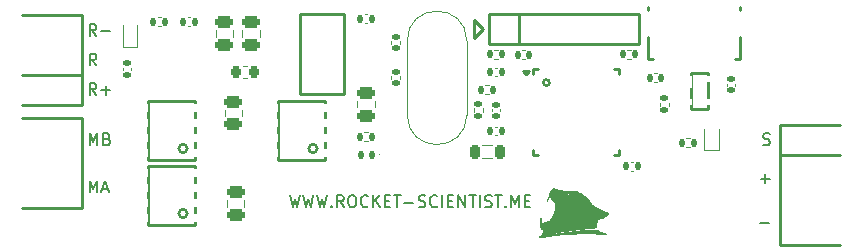
<source format=gto>
%TF.GenerationSoftware,KiCad,Pcbnew,(6.0.0)*%
%TF.CreationDate,2022-02-22T19:35:41+02:00*%
%TF.ProjectId,ServoController,53657276-6f43-46f6-9e74-726f6c6c6572,rev?*%
%TF.SameCoordinates,PXe3ed9c0PYb6ddf70*%
%TF.FileFunction,Legend,Top*%
%TF.FilePolarity,Positive*%
%FSLAX46Y46*%
G04 Gerber Fmt 4.6, Leading zero omitted, Abs format (unit mm)*
G04 Created by KiCad (PCBNEW (6.0.0)) date 2022-02-22 19:35:41*
%MOMM*%
%LPD*%
G01*
G04 APERTURE LIST*
G04 Aperture macros list*
%AMRoundRect*
0 Rectangle with rounded corners*
0 $1 Rounding radius*
0 $2 $3 $4 $5 $6 $7 $8 $9 X,Y pos of 4 corners*
0 Add a 4 corners polygon primitive as box body*
4,1,4,$2,$3,$4,$5,$6,$7,$8,$9,$2,$3,0*
0 Add four circle primitives for the rounded corners*
1,1,$1+$1,$2,$3*
1,1,$1+$1,$4,$5*
1,1,$1+$1,$6,$7*
1,1,$1+$1,$8,$9*
0 Add four rect primitives between the rounded corners*
20,1,$1+$1,$2,$3,$4,$5,0*
20,1,$1+$1,$4,$5,$6,$7,0*
20,1,$1+$1,$6,$7,$8,$9,0*
20,1,$1+$1,$8,$9,$2,$3,0*%
G04 Aperture macros list end*
%ADD10C,0.250000*%
%ADD11C,0.150000*%
%ADD12C,0.120000*%
%ADD13C,0.002540*%
%ADD14C,0.100000*%
%ADD15RoundRect,0.140000X0.140000X0.170000X-0.140000X0.170000X-0.140000X-0.170000X0.140000X-0.170000X0*%
%ADD16RoundRect,0.135000X-0.135000X-0.185000X0.135000X-0.185000X0.135000X0.185000X-0.135000X0.185000X0*%
%ADD17R,0.700000X0.600000*%
%ADD18RoundRect,0.135000X0.185000X-0.135000X0.185000X0.135000X-0.185000X0.135000X-0.185000X-0.135000X0*%
%ADD19C,1.500000*%
%ADD20R,5.100000X3.000000*%
%ADD21RoundRect,0.140000X-0.140000X-0.170000X0.140000X-0.170000X0.140000X0.170000X-0.140000X0.170000X0*%
%ADD22RoundRect,0.250000X0.475000X-0.250000X0.475000X0.250000X-0.475000X0.250000X-0.475000X-0.250000X0*%
%ADD23R,1.700000X1.700000*%
%ADD24C,1.700000*%
%ADD25R,5.100000X1.700000*%
%ADD26RoundRect,0.218750X0.218750X0.381250X-0.218750X0.381250X-0.218750X-0.381250X0.218750X-0.381250X0*%
%ADD27RoundRect,0.140000X0.170000X-0.140000X0.170000X0.140000X-0.170000X0.140000X-0.170000X-0.140000X0*%
%ADD28R,2.032000X1.300000*%
%ADD29R,2.332000X3.957600*%
%ADD30R,0.400000X1.350000*%
%ADD31R,1.200000X1.900000*%
%ADD32O,1.200000X1.900000*%
%ADD33R,1.500000X1.900000*%
%ADD34C,1.450000*%
%ADD35O,1.400000X0.260000*%
%ADD36O,0.260000X1.400000*%
%ADD37R,1.600000X0.650000*%
%ADD38RoundRect,0.140000X-0.170000X0.140000X-0.170000X-0.140000X0.170000X-0.140000X0.170000X0.140000X0*%
%ADD39RoundRect,0.135000X0.135000X0.185000X-0.135000X0.185000X-0.135000X-0.185000X0.135000X-0.185000X0*%
%ADD40RoundRect,0.250000X-0.475000X0.250000X-0.475000X-0.250000X0.475000X-0.250000X0.475000X0.250000X0*%
%ADD41RoundRect,0.225000X0.225000X0.250000X-0.225000X0.250000X-0.225000X-0.250000X0.225000X-0.250000X0*%
%ADD42RoundRect,0.147500X0.147500X0.172500X-0.147500X0.172500X-0.147500X-0.172500X0.147500X-0.172500X0*%
%ADD43R,1.000000X1.000000*%
%ADD44R,1.000000X0.550000*%
%ADD45RoundRect,0.135000X-0.185000X0.135000X-0.185000X-0.135000X0.185000X-0.135000X0.185000X0.135000X0*%
G04 APERTURE END LIST*
D10*
X40150000Y-1850000D02*
X39400000Y-1100000D01*
X39400000Y-2600000D02*
X40150000Y-1850000D01*
X39400000Y-1100000D02*
X39400000Y-2600000D01*
D11*
X63868775Y-11654761D02*
X64011632Y-11702380D01*
X64249727Y-11702380D01*
X64344965Y-11654761D01*
X64392584Y-11607142D01*
X64440203Y-11511904D01*
X64440203Y-11416666D01*
X64392584Y-11321428D01*
X64344965Y-11273809D01*
X64249727Y-11226190D01*
X64059251Y-11178571D01*
X63964013Y-11130952D01*
X63916394Y-11083333D01*
X63868775Y-10988095D01*
X63868775Y-10892857D01*
X63916394Y-10797619D01*
X63964013Y-10750000D01*
X64059251Y-10702380D01*
X64297346Y-10702380D01*
X64440203Y-10750000D01*
X7407023Y-2452380D02*
X7073690Y-1976190D01*
X6835595Y-2452380D02*
X6835595Y-1452380D01*
X7216547Y-1452380D01*
X7311785Y-1500000D01*
X7359404Y-1547619D01*
X7407023Y-1642857D01*
X7407023Y-1785714D01*
X7359404Y-1880952D01*
X7311785Y-1928571D01*
X7216547Y-1976190D01*
X6835595Y-1976190D01*
X7835595Y-2071428D02*
X8597500Y-2071428D01*
X63630680Y-18321428D02*
X64392584Y-18321428D01*
X23785714Y-15952380D02*
X24023809Y-16952380D01*
X24214285Y-16238095D01*
X24404761Y-16952380D01*
X24642857Y-15952380D01*
X24928571Y-15952380D02*
X25166666Y-16952380D01*
X25357142Y-16238095D01*
X25547619Y-16952380D01*
X25785714Y-15952380D01*
X26071428Y-15952380D02*
X26309523Y-16952380D01*
X26500000Y-16238095D01*
X26690476Y-16952380D01*
X26928571Y-15952380D01*
X27309523Y-16857142D02*
X27357142Y-16904761D01*
X27309523Y-16952380D01*
X27261904Y-16904761D01*
X27309523Y-16857142D01*
X27309523Y-16952380D01*
X28357142Y-16952380D02*
X28023809Y-16476190D01*
X27785714Y-16952380D02*
X27785714Y-15952380D01*
X28166666Y-15952380D01*
X28261904Y-16000000D01*
X28309523Y-16047619D01*
X28357142Y-16142857D01*
X28357142Y-16285714D01*
X28309523Y-16380952D01*
X28261904Y-16428571D01*
X28166666Y-16476190D01*
X27785714Y-16476190D01*
X28976190Y-15952380D02*
X29166666Y-15952380D01*
X29261904Y-16000000D01*
X29357142Y-16095238D01*
X29404761Y-16285714D01*
X29404761Y-16619047D01*
X29357142Y-16809523D01*
X29261904Y-16904761D01*
X29166666Y-16952380D01*
X28976190Y-16952380D01*
X28880952Y-16904761D01*
X28785714Y-16809523D01*
X28738095Y-16619047D01*
X28738095Y-16285714D01*
X28785714Y-16095238D01*
X28880952Y-16000000D01*
X28976190Y-15952380D01*
X30404761Y-16857142D02*
X30357142Y-16904761D01*
X30214285Y-16952380D01*
X30119047Y-16952380D01*
X29976190Y-16904761D01*
X29880952Y-16809523D01*
X29833333Y-16714285D01*
X29785714Y-16523809D01*
X29785714Y-16380952D01*
X29833333Y-16190476D01*
X29880952Y-16095238D01*
X29976190Y-16000000D01*
X30119047Y-15952380D01*
X30214285Y-15952380D01*
X30357142Y-16000000D01*
X30404761Y-16047619D01*
X30833333Y-16952380D02*
X30833333Y-15952380D01*
X31404761Y-16952380D02*
X30976190Y-16380952D01*
X31404761Y-15952380D02*
X30833333Y-16523809D01*
X31833333Y-16428571D02*
X32166666Y-16428571D01*
X32309523Y-16952380D02*
X31833333Y-16952380D01*
X31833333Y-15952380D01*
X32309523Y-15952380D01*
X32595238Y-15952380D02*
X33166666Y-15952380D01*
X32880952Y-16952380D02*
X32880952Y-15952380D01*
X33500000Y-16571428D02*
X34261904Y-16571428D01*
X34690476Y-16904761D02*
X34833333Y-16952380D01*
X35071428Y-16952380D01*
X35166666Y-16904761D01*
X35214285Y-16857142D01*
X35261904Y-16761904D01*
X35261904Y-16666666D01*
X35214285Y-16571428D01*
X35166666Y-16523809D01*
X35071428Y-16476190D01*
X34880952Y-16428571D01*
X34785714Y-16380952D01*
X34738095Y-16333333D01*
X34690476Y-16238095D01*
X34690476Y-16142857D01*
X34738095Y-16047619D01*
X34785714Y-16000000D01*
X34880952Y-15952380D01*
X35119047Y-15952380D01*
X35261904Y-16000000D01*
X36261904Y-16857142D02*
X36214285Y-16904761D01*
X36071428Y-16952380D01*
X35976190Y-16952380D01*
X35833333Y-16904761D01*
X35738095Y-16809523D01*
X35690476Y-16714285D01*
X35642857Y-16523809D01*
X35642857Y-16380952D01*
X35690476Y-16190476D01*
X35738095Y-16095238D01*
X35833333Y-16000000D01*
X35976190Y-15952380D01*
X36071428Y-15952380D01*
X36214285Y-16000000D01*
X36261904Y-16047619D01*
X36690476Y-16952380D02*
X36690476Y-15952380D01*
X37166666Y-16428571D02*
X37500000Y-16428571D01*
X37642857Y-16952380D02*
X37166666Y-16952380D01*
X37166666Y-15952380D01*
X37642857Y-15952380D01*
X38071428Y-16952380D02*
X38071428Y-15952380D01*
X38642857Y-16952380D01*
X38642857Y-15952380D01*
X38976190Y-15952380D02*
X39547619Y-15952380D01*
X39261904Y-16952380D02*
X39261904Y-15952380D01*
X39880952Y-16952380D02*
X39880952Y-15952380D01*
X40309523Y-16904761D02*
X40452380Y-16952380D01*
X40690476Y-16952380D01*
X40785714Y-16904761D01*
X40833333Y-16857142D01*
X40880952Y-16761904D01*
X40880952Y-16666666D01*
X40833333Y-16571428D01*
X40785714Y-16523809D01*
X40690476Y-16476190D01*
X40500000Y-16428571D01*
X40404761Y-16380952D01*
X40357142Y-16333333D01*
X40309523Y-16238095D01*
X40309523Y-16142857D01*
X40357142Y-16047619D01*
X40404761Y-16000000D01*
X40500000Y-15952380D01*
X40738095Y-15952380D01*
X40880952Y-16000000D01*
X41166666Y-15952380D02*
X41738095Y-15952380D01*
X41452380Y-16952380D02*
X41452380Y-15952380D01*
X42071428Y-16857142D02*
X42119047Y-16904761D01*
X42071428Y-16952380D01*
X42023809Y-16904761D01*
X42071428Y-16857142D01*
X42071428Y-16952380D01*
X42547619Y-16952380D02*
X42547619Y-15952380D01*
X42880952Y-16666666D01*
X43214285Y-15952380D01*
X43214285Y-16952380D01*
X43690476Y-16428571D02*
X44023809Y-16428571D01*
X44166666Y-16952380D02*
X43690476Y-16952380D01*
X43690476Y-15952380D01*
X44166666Y-15952380D01*
X7404697Y-4952380D02*
X7071364Y-4476190D01*
X6833269Y-4952380D02*
X6833269Y-3952380D01*
X7214221Y-3952380D01*
X7309459Y-4000000D01*
X7357078Y-4047619D01*
X7404697Y-4142857D01*
X7404697Y-4285714D01*
X7357078Y-4380952D01*
X7309459Y-4428571D01*
X7214221Y-4476190D01*
X6833269Y-4476190D01*
X6835595Y-11702380D02*
X6835595Y-10702380D01*
X7168928Y-11416666D01*
X7502261Y-10702380D01*
X7502261Y-11702380D01*
X8311785Y-11178571D02*
X8454642Y-11226190D01*
X8502261Y-11273809D01*
X8549880Y-11369047D01*
X8549880Y-11511904D01*
X8502261Y-11607142D01*
X8454642Y-11654761D01*
X8359404Y-11702380D01*
X7978452Y-11702380D01*
X7978452Y-10702380D01*
X8311785Y-10702380D01*
X8407023Y-10750000D01*
X8454642Y-10797619D01*
X8502261Y-10892857D01*
X8502261Y-10988095D01*
X8454642Y-11083333D01*
X8407023Y-11130952D01*
X8311785Y-11178571D01*
X7978452Y-11178571D01*
X7407023Y-7452380D02*
X7073690Y-6976190D01*
X6835595Y-7452380D02*
X6835595Y-6452380D01*
X7216547Y-6452380D01*
X7311785Y-6500000D01*
X7359404Y-6547619D01*
X7407023Y-6642857D01*
X7407023Y-6785714D01*
X7359404Y-6880952D01*
X7311785Y-6928571D01*
X7216547Y-6976190D01*
X6835595Y-6976190D01*
X7835595Y-7071428D02*
X8597500Y-7071428D01*
X8216547Y-7452380D02*
X8216547Y-6690476D01*
X6833261Y-15702380D02*
X6833261Y-14702380D01*
X7166594Y-15416666D01*
X7499927Y-14702380D01*
X7499927Y-15702380D01*
X7928499Y-15416666D02*
X8404689Y-15416666D01*
X7833261Y-15702380D02*
X8166594Y-14702380D01*
X8499927Y-15702380D01*
X63652500Y-14571428D02*
X64414404Y-14571428D01*
X64033452Y-14952380D02*
X64033452Y-14190476D01*
D12*
X41357836Y-10860000D02*
X41142164Y-10860000D01*
X41357836Y-10140000D02*
X41142164Y-10140000D01*
X40346359Y-6620000D02*
X40653641Y-6620000D01*
X40346359Y-7380000D02*
X40653641Y-7380000D01*
X9650000Y-3400000D02*
X10850000Y-3400000D01*
X10850000Y-1550000D02*
X10850000Y-3400000D01*
X9650000Y-1550000D02*
X9650000Y-3400000D01*
X52346359Y-3620000D02*
X52653641Y-3620000D01*
X52346359Y-4380000D02*
X52653641Y-4380000D01*
X40130000Y-8903641D02*
X40130000Y-8596359D01*
X39370000Y-8903641D02*
X39370000Y-8596359D01*
X41357836Y-5860000D02*
X41142164Y-5860000D01*
X41357836Y-5140000D02*
X41142164Y-5140000D01*
X38775000Y-9135000D02*
X38775000Y-2885000D01*
X33725000Y-9135000D02*
X33725000Y-2885000D01*
X33725000Y-9135000D02*
G75*
G03*
X38775000Y-9135000I2525000J0D01*
G01*
X38775000Y-2885000D02*
G75*
G03*
X33725000Y-2885000I-2525000J0D01*
G01*
D13*
X45059340Y-18329640D02*
X45051720Y-18337260D01*
X45051720Y-18337260D02*
X45031400Y-18344880D01*
X45031400Y-18344880D02*
X45023780Y-18347420D01*
X45023780Y-18347420D02*
X45000920Y-18352500D01*
X45000920Y-18352500D02*
X44990760Y-18349960D01*
X44990760Y-18349960D02*
X44985680Y-18337260D01*
X44985680Y-18337260D02*
X44978060Y-18271220D01*
X44978060Y-18271220D02*
X44975520Y-18192480D01*
X44975520Y-18192480D02*
X44980600Y-18106120D01*
X44980600Y-18106120D02*
X44988220Y-18014680D01*
X44988220Y-18014680D02*
X45003460Y-17928320D01*
X45003460Y-17928320D02*
X45013620Y-17890220D01*
X45013620Y-17890220D02*
X45018700Y-17869900D01*
X45018700Y-17869900D02*
X45023780Y-17857200D01*
X45023780Y-17857200D02*
X45026320Y-17857200D01*
X45026320Y-17857200D02*
X45026320Y-17869900D01*
X45026320Y-17869900D02*
X45028860Y-17900380D01*
X45028860Y-17900380D02*
X45028860Y-17943560D01*
X45028860Y-17943560D02*
X45028860Y-17979120D01*
X45028860Y-17979120D02*
X45031400Y-18042620D01*
X45031400Y-18042620D02*
X45033940Y-18108660D01*
X45033940Y-18108660D02*
X45039020Y-18172160D01*
X45039020Y-18172160D02*
X45044100Y-18220420D01*
X45044100Y-18220420D02*
X45044100Y-18222960D01*
X45044100Y-18222960D02*
X45051720Y-18266140D01*
X45051720Y-18266140D02*
X45056800Y-18301700D01*
X45056800Y-18301700D02*
X45059340Y-18324560D01*
X45059340Y-18324560D02*
X45059340Y-18329640D01*
X45059340Y-18329640D02*
X45059340Y-18329640D01*
G36*
X45026320Y-17869900D02*
G01*
X45028860Y-17900380D01*
X45028860Y-17979120D01*
X45031400Y-18042620D01*
X45033940Y-18108660D01*
X45039020Y-18172160D01*
X45044100Y-18220420D01*
X45044100Y-18222960D01*
X45051720Y-18266140D01*
X45056800Y-18301700D01*
X45059340Y-18324560D01*
X45059340Y-18329640D01*
X45051720Y-18337260D01*
X45031400Y-18344880D01*
X45023780Y-18347420D01*
X45000920Y-18352500D01*
X44990760Y-18349960D01*
X44985680Y-18337260D01*
X44978060Y-18271220D01*
X44975520Y-18192480D01*
X44980600Y-18106120D01*
X44988220Y-18014680D01*
X45003460Y-17928320D01*
X45013620Y-17890220D01*
X45018700Y-17869900D01*
X45023780Y-17857200D01*
X45026320Y-17857200D01*
X45026320Y-17869900D01*
G37*
X45026320Y-17869900D02*
X45028860Y-17900380D01*
X45028860Y-17979120D01*
X45031400Y-18042620D01*
X45033940Y-18108660D01*
X45039020Y-18172160D01*
X45044100Y-18220420D01*
X45044100Y-18222960D01*
X45051720Y-18266140D01*
X45056800Y-18301700D01*
X45059340Y-18324560D01*
X45059340Y-18329640D01*
X45051720Y-18337260D01*
X45031400Y-18344880D01*
X45023780Y-18347420D01*
X45000920Y-18352500D01*
X44990760Y-18349960D01*
X44985680Y-18337260D01*
X44978060Y-18271220D01*
X44975520Y-18192480D01*
X44980600Y-18106120D01*
X44988220Y-18014680D01*
X45003460Y-17928320D01*
X45013620Y-17890220D01*
X45018700Y-17869900D01*
X45023780Y-17857200D01*
X45026320Y-17857200D01*
X45026320Y-17869900D01*
X50566060Y-19208480D02*
X50500020Y-19208480D01*
X50500020Y-19208480D02*
X50472080Y-19208480D01*
X50472080Y-19208480D02*
X50426360Y-19208480D01*
X50426360Y-19208480D02*
X50370480Y-19205940D01*
X50370480Y-19205940D02*
X50304440Y-19203400D01*
X50304440Y-19203400D02*
X50230780Y-19200860D01*
X50230780Y-19200860D02*
X50185060Y-19198320D01*
X50185060Y-19198320D02*
X50012340Y-19193240D01*
X50012340Y-19193240D02*
X49824380Y-19188160D01*
X49824380Y-19188160D02*
X49623720Y-19183080D01*
X49623720Y-19183080D02*
X49417980Y-19180540D01*
X49417980Y-19180540D02*
X49204620Y-19180540D01*
X49204620Y-19180540D02*
X48988720Y-19178000D01*
X48988720Y-19178000D02*
X48775360Y-19178000D01*
X48775360Y-19178000D02*
X48562000Y-19180540D01*
X48562000Y-19180540D02*
X48353720Y-19183080D01*
X48353720Y-19183080D02*
X48155600Y-19185620D01*
X48155600Y-19185620D02*
X47967640Y-19190700D01*
X47967640Y-19190700D02*
X47792380Y-19195780D01*
X47792380Y-19195780D02*
X47632360Y-19203400D01*
X47632360Y-19203400D02*
X47589180Y-19205940D01*
X47589180Y-19205940D02*
X46923700Y-19249120D01*
X46923700Y-19249120D02*
X46263300Y-19310080D01*
X46263300Y-19310080D02*
X45613060Y-19386280D01*
X45613060Y-19386280D02*
X45107600Y-19459940D01*
X45107600Y-19459940D02*
X45028860Y-19472640D01*
X45028860Y-19472640D02*
X44972980Y-19480260D01*
X44972980Y-19480260D02*
X44932340Y-19485340D01*
X44932340Y-19485340D02*
X44909480Y-19487880D01*
X44909480Y-19487880D02*
X44904400Y-19485340D01*
X44904400Y-19485340D02*
X44914560Y-19480260D01*
X44914560Y-19480260D02*
X44939960Y-19472640D01*
X44939960Y-19472640D02*
X44970440Y-19462480D01*
X44970440Y-19462480D02*
X45054260Y-19439620D01*
X45054260Y-19439620D02*
X45155860Y-19414220D01*
X45155860Y-19414220D02*
X45270160Y-19386280D01*
X45270160Y-19386280D02*
X45397160Y-19358340D01*
X45397160Y-19358340D02*
X45529240Y-19330400D01*
X45529240Y-19330400D02*
X45666400Y-19302460D01*
X45666400Y-19302460D02*
X45806100Y-19274520D01*
X45806100Y-19274520D02*
X45943260Y-19246580D01*
X45943260Y-19246580D02*
X45983900Y-19241500D01*
X45983900Y-19241500D02*
X46260760Y-19193240D01*
X46260760Y-19193240D02*
X46555400Y-19147520D01*
X46555400Y-19147520D02*
X46865280Y-19104340D01*
X46865280Y-19104340D02*
X47185320Y-19061160D01*
X47185320Y-19061160D02*
X47512980Y-19023060D01*
X47512980Y-19023060D02*
X47845720Y-18987500D01*
X47845720Y-18987500D02*
X48181000Y-18957020D01*
X48181000Y-18957020D02*
X48516280Y-18929080D01*
X48516280Y-18929080D02*
X48846480Y-18903680D01*
X48846480Y-18903680D02*
X49171600Y-18883360D01*
X49171600Y-18883360D02*
X49486560Y-18870660D01*
X49486560Y-18870660D02*
X49499260Y-18868120D01*
X49499260Y-18868120D02*
X49791360Y-18857960D01*
X49791360Y-18857960D02*
X49816760Y-18883360D01*
X49816760Y-18883360D02*
X49862480Y-18918920D01*
X49862480Y-18918920D02*
X49918360Y-18954480D01*
X49918360Y-18954480D02*
X49989480Y-18992580D01*
X49989480Y-18992580D02*
X50075840Y-19030680D01*
X50075840Y-19030680D02*
X50177440Y-19071320D01*
X50177440Y-19071320D02*
X50299360Y-19117040D01*
X50299360Y-19117040D02*
X50355240Y-19137360D01*
X50355240Y-19137360D02*
X50566060Y-19208480D01*
X50566060Y-19208480D02*
X50566060Y-19208480D01*
G36*
X49816760Y-18883360D02*
G01*
X49862480Y-18918920D01*
X49918360Y-18954480D01*
X49989480Y-18992580D01*
X50075840Y-19030680D01*
X50177440Y-19071320D01*
X50299360Y-19117040D01*
X50355240Y-19137360D01*
X50566060Y-19208480D01*
X50426360Y-19208480D01*
X50370480Y-19205940D01*
X50304440Y-19203400D01*
X50230780Y-19200860D01*
X50185060Y-19198320D01*
X50012340Y-19193240D01*
X49824380Y-19188160D01*
X49623720Y-19183080D01*
X49417980Y-19180540D01*
X49204620Y-19180540D01*
X48988720Y-19178000D01*
X48775360Y-19178000D01*
X48562000Y-19180540D01*
X48353720Y-19183080D01*
X48155600Y-19185620D01*
X47967640Y-19190700D01*
X47792380Y-19195780D01*
X47632360Y-19203400D01*
X47589180Y-19205940D01*
X46923700Y-19249120D01*
X46263300Y-19310080D01*
X45613060Y-19386280D01*
X45107600Y-19459940D01*
X45028860Y-19472640D01*
X44972980Y-19480260D01*
X44932340Y-19485340D01*
X44909480Y-19487880D01*
X44904400Y-19485340D01*
X44914560Y-19480260D01*
X44939960Y-19472640D01*
X44970440Y-19462480D01*
X45054260Y-19439620D01*
X45155860Y-19414220D01*
X45270160Y-19386280D01*
X45397160Y-19358340D01*
X45529240Y-19330400D01*
X45666400Y-19302460D01*
X45806100Y-19274520D01*
X45943260Y-19246580D01*
X45983900Y-19241500D01*
X46260760Y-19193240D01*
X46555400Y-19147520D01*
X46865280Y-19104340D01*
X47185320Y-19061160D01*
X47512980Y-19023060D01*
X47845720Y-18987500D01*
X48181000Y-18957020D01*
X48516280Y-18929080D01*
X48846480Y-18903680D01*
X49171600Y-18883360D01*
X49486560Y-18870660D01*
X49499260Y-18868120D01*
X49791360Y-18857960D01*
X49816760Y-18883360D01*
G37*
X49816760Y-18883360D02*
X49862480Y-18918920D01*
X49918360Y-18954480D01*
X49989480Y-18992580D01*
X50075840Y-19030680D01*
X50177440Y-19071320D01*
X50299360Y-19117040D01*
X50355240Y-19137360D01*
X50566060Y-19208480D01*
X50426360Y-19208480D01*
X50370480Y-19205940D01*
X50304440Y-19203400D01*
X50230780Y-19200860D01*
X50185060Y-19198320D01*
X50012340Y-19193240D01*
X49824380Y-19188160D01*
X49623720Y-19183080D01*
X49417980Y-19180540D01*
X49204620Y-19180540D01*
X48988720Y-19178000D01*
X48775360Y-19178000D01*
X48562000Y-19180540D01*
X48353720Y-19183080D01*
X48155600Y-19185620D01*
X47967640Y-19190700D01*
X47792380Y-19195780D01*
X47632360Y-19203400D01*
X47589180Y-19205940D01*
X46923700Y-19249120D01*
X46263300Y-19310080D01*
X45613060Y-19386280D01*
X45107600Y-19459940D01*
X45028860Y-19472640D01*
X44972980Y-19480260D01*
X44932340Y-19485340D01*
X44909480Y-19487880D01*
X44904400Y-19485340D01*
X44914560Y-19480260D01*
X44939960Y-19472640D01*
X44970440Y-19462480D01*
X45054260Y-19439620D01*
X45155860Y-19414220D01*
X45270160Y-19386280D01*
X45397160Y-19358340D01*
X45529240Y-19330400D01*
X45666400Y-19302460D01*
X45806100Y-19274520D01*
X45943260Y-19246580D01*
X45983900Y-19241500D01*
X46260760Y-19193240D01*
X46555400Y-19147520D01*
X46865280Y-19104340D01*
X47185320Y-19061160D01*
X47512980Y-19023060D01*
X47845720Y-18987500D01*
X48181000Y-18957020D01*
X48516280Y-18929080D01*
X48846480Y-18903680D01*
X49171600Y-18883360D01*
X49486560Y-18870660D01*
X49499260Y-18868120D01*
X49791360Y-18857960D01*
X49816760Y-18883360D01*
X45788320Y-16056340D02*
X45732440Y-16114760D01*
X45732440Y-16114760D02*
X45686720Y-16168100D01*
X45686720Y-16168100D02*
X45641000Y-16231600D01*
X45641000Y-16231600D02*
X45597820Y-16295100D01*
X45597820Y-16295100D02*
X45562260Y-16353520D01*
X45562260Y-16353520D02*
X45562260Y-16358600D01*
X45562260Y-16358600D02*
X45544480Y-16386540D01*
X45544480Y-16386540D02*
X45534320Y-16399240D01*
X45534320Y-16399240D02*
X45531780Y-16396700D01*
X45531780Y-16396700D02*
X45534320Y-16376380D01*
X45534320Y-16376380D02*
X45559720Y-16305260D01*
X45559720Y-16305260D02*
X45592740Y-16229060D01*
X45592740Y-16229060D02*
X45628300Y-16155400D01*
X45628300Y-16155400D02*
X45666400Y-16094440D01*
X45666400Y-16094440D02*
X45674020Y-16081740D01*
X45674020Y-16081740D02*
X45699420Y-16046180D01*
X45699420Y-16046180D02*
X45719740Y-16020780D01*
X45719740Y-16020780D02*
X45734980Y-16003000D01*
X45734980Y-16003000D02*
X45740060Y-16000460D01*
X45740060Y-16000460D02*
X45750220Y-16008080D01*
X45750220Y-16008080D02*
X45765460Y-16025860D01*
X45765460Y-16025860D02*
X45768000Y-16028400D01*
X45768000Y-16028400D02*
X45788320Y-16056340D01*
X45788320Y-16056340D02*
X45788320Y-16056340D01*
G36*
X45750220Y-16008080D02*
G01*
X45765460Y-16025860D01*
X45768000Y-16028400D01*
X45788320Y-16056340D01*
X45732440Y-16114760D01*
X45686720Y-16168100D01*
X45641000Y-16231600D01*
X45597820Y-16295100D01*
X45562260Y-16353520D01*
X45562260Y-16358600D01*
X45544480Y-16386540D01*
X45534320Y-16399240D01*
X45531780Y-16396700D01*
X45534320Y-16376380D01*
X45559720Y-16305260D01*
X45592740Y-16229060D01*
X45628300Y-16155400D01*
X45666400Y-16094440D01*
X45674020Y-16081740D01*
X45699420Y-16046180D01*
X45719740Y-16020780D01*
X45734980Y-16003000D01*
X45740060Y-16000460D01*
X45750220Y-16008080D01*
G37*
X45750220Y-16008080D02*
X45765460Y-16025860D01*
X45768000Y-16028400D01*
X45788320Y-16056340D01*
X45732440Y-16114760D01*
X45686720Y-16168100D01*
X45641000Y-16231600D01*
X45597820Y-16295100D01*
X45562260Y-16353520D01*
X45562260Y-16358600D01*
X45544480Y-16386540D01*
X45534320Y-16399240D01*
X45531780Y-16396700D01*
X45534320Y-16376380D01*
X45559720Y-16305260D01*
X45592740Y-16229060D01*
X45628300Y-16155400D01*
X45666400Y-16094440D01*
X45674020Y-16081740D01*
X45699420Y-16046180D01*
X45719740Y-16020780D01*
X45734980Y-16003000D01*
X45740060Y-16000460D01*
X45750220Y-16008080D01*
X50700680Y-17468580D02*
X50690520Y-17514300D01*
X50690520Y-17514300D02*
X50662580Y-17567640D01*
X50662580Y-17567640D02*
X50621940Y-17620980D01*
X50621940Y-17620980D02*
X50568600Y-17674320D01*
X50568600Y-17674320D02*
X50502560Y-17725120D01*
X50502560Y-17725120D02*
X50428900Y-17773380D01*
X50428900Y-17773380D02*
X50350160Y-17814020D01*
X50350160Y-17814020D02*
X50299360Y-17834340D01*
X50299360Y-17834340D02*
X50235860Y-17859740D01*
X50235860Y-17859740D02*
X50159660Y-17887680D01*
X50159660Y-17887680D02*
X50078380Y-17915620D01*
X50078380Y-17915620D02*
X49994560Y-17943560D01*
X49994560Y-17943560D02*
X49915820Y-17968960D01*
X49915820Y-17968960D02*
X49793900Y-18004520D01*
X49793900Y-18004520D02*
X49783740Y-18065480D01*
X49783740Y-18065480D02*
X49776120Y-18111200D01*
X49776120Y-18111200D02*
X49765960Y-18174700D01*
X49765960Y-18174700D02*
X49758340Y-18245820D01*
X49758340Y-18245820D02*
X49753260Y-18322020D01*
X49753260Y-18322020D02*
X49745640Y-18398220D01*
X49745640Y-18398220D02*
X49743100Y-18469340D01*
X49743100Y-18469340D02*
X49740560Y-18530300D01*
X49740560Y-18530300D02*
X49740560Y-18550620D01*
X49740560Y-18550620D02*
X49740560Y-18657300D01*
X49740560Y-18657300D02*
X49692300Y-18664920D01*
X49692300Y-18664920D02*
X49671980Y-18667460D01*
X49671980Y-18667460D02*
X49633880Y-18670000D01*
X49633880Y-18670000D02*
X49580540Y-18675080D01*
X49580540Y-18675080D02*
X49517040Y-18682700D01*
X49517040Y-18682700D02*
X49440840Y-18690320D01*
X49440840Y-18690320D02*
X49357020Y-18697940D01*
X49357020Y-18697940D02*
X49268120Y-18708100D01*
X49268120Y-18708100D02*
X49240180Y-18710640D01*
X49240180Y-18710640D02*
X48902360Y-18743660D01*
X48902360Y-18743660D02*
X48582320Y-18776680D01*
X48582320Y-18776680D02*
X48280060Y-18809700D01*
X48280060Y-18809700D02*
X47995580Y-18842720D01*
X47995580Y-18842720D02*
X47987960Y-18845260D01*
X47987960Y-18845260D02*
X47987960Y-15957280D01*
X47987960Y-15957280D02*
X47985420Y-15952200D01*
X47985420Y-15952200D02*
X47975260Y-15952200D01*
X47975260Y-15952200D02*
X47972720Y-15952200D01*
X47972720Y-15952200D02*
X47975260Y-15959820D01*
X47975260Y-15959820D02*
X47980340Y-15959820D01*
X47980340Y-15959820D02*
X47987960Y-15957280D01*
X47987960Y-15957280D02*
X47987960Y-18845260D01*
X47987960Y-18845260D02*
X47921920Y-18852880D01*
X47921920Y-18852880D02*
X47921920Y-15947120D01*
X47921920Y-15947120D02*
X47919380Y-15944580D01*
X47919380Y-15944580D02*
X47904140Y-15942040D01*
X47904140Y-15942040D02*
X47868580Y-15934420D01*
X47868580Y-15934420D02*
X47838100Y-15929340D01*
X47838100Y-15929340D02*
X47741580Y-15911560D01*
X47741580Y-15911560D02*
X47660300Y-15891240D01*
X47660300Y-15891240D02*
X47584100Y-15870920D01*
X47584100Y-15870920D02*
X47512980Y-15845520D01*
X47512980Y-15845520D02*
X47449480Y-15820120D01*
X47449480Y-15820120D02*
X47398680Y-15799800D01*
X47398680Y-15799800D02*
X47347880Y-15782020D01*
X47347880Y-15782020D02*
X47307240Y-15766780D01*
X47307240Y-15766780D02*
X47276760Y-15759160D01*
X47276760Y-15759160D02*
X47233580Y-15754080D01*
X47233580Y-15754080D02*
X47177700Y-15751540D01*
X47177700Y-15751540D02*
X47114200Y-15756620D01*
X47114200Y-15756620D02*
X47053240Y-15761700D01*
X47053240Y-15761700D02*
X47002440Y-15771860D01*
X47002440Y-15771860D02*
X46994820Y-15774400D01*
X46994820Y-15774400D02*
X46944020Y-15787100D01*
X46944020Y-15787100D02*
X46984660Y-15794720D01*
X46984660Y-15794720D02*
X47076100Y-15815040D01*
X47076100Y-15815040D02*
X47167540Y-15837900D01*
X47167540Y-15837900D02*
X47248820Y-15863300D01*
X47248820Y-15863300D02*
X47317400Y-15888700D01*
X47317400Y-15888700D02*
X47325020Y-15893780D01*
X47325020Y-15893780D02*
X47413920Y-15934420D01*
X47413920Y-15934420D02*
X47614580Y-15939500D01*
X47614580Y-15939500D02*
X47680620Y-15942040D01*
X47680620Y-15942040D02*
X47746660Y-15944580D01*
X47746660Y-15944580D02*
X47802540Y-15944580D01*
X47802540Y-15944580D02*
X47848260Y-15947120D01*
X47848260Y-15947120D02*
X47878740Y-15947120D01*
X47878740Y-15947120D02*
X47881280Y-15947120D01*
X47881280Y-15947120D02*
X47906680Y-15947120D01*
X47906680Y-15947120D02*
X47921920Y-15947120D01*
X47921920Y-15947120D02*
X47921920Y-18852880D01*
X47921920Y-18852880D02*
X47726340Y-18875740D01*
X47726340Y-18875740D02*
X47472340Y-18908760D01*
X47472340Y-18908760D02*
X47231040Y-18944320D01*
X47231040Y-18944320D02*
X46999900Y-18977340D01*
X46999900Y-18977340D02*
X46781460Y-19012900D01*
X46781460Y-19012900D02*
X46573180Y-19048460D01*
X46573180Y-19048460D02*
X46372520Y-19086560D01*
X46372520Y-19086560D02*
X46182020Y-19124660D01*
X46182020Y-19124660D02*
X46024540Y-19155140D01*
X46024540Y-19155140D02*
X45922940Y-19180540D01*
X45922940Y-19180540D02*
X45808640Y-19205940D01*
X45808640Y-19205940D02*
X45689260Y-19233880D01*
X45689260Y-19233880D02*
X45569880Y-19261820D01*
X45569880Y-19261820D02*
X45447960Y-19292300D01*
X45447960Y-19292300D02*
X45331120Y-19322780D01*
X45331120Y-19322780D02*
X45221900Y-19350720D01*
X45221900Y-19350720D02*
X45120300Y-19376120D01*
X45120300Y-19376120D02*
X45033940Y-19401520D01*
X45033940Y-19401520D02*
X44962820Y-19421840D01*
X44962820Y-19421840D02*
X44955200Y-19424380D01*
X44955200Y-19424380D02*
X44906940Y-19439620D01*
X44906940Y-19439620D02*
X44985680Y-19368500D01*
X44985680Y-19368500D02*
X45069500Y-19282140D01*
X45069500Y-19282140D02*
X45138080Y-19190700D01*
X45138080Y-19190700D02*
X45191420Y-19099260D01*
X45191420Y-19099260D02*
X45229520Y-19010360D01*
X45229520Y-19010360D02*
X45247300Y-18921460D01*
X45247300Y-18921460D02*
X45249840Y-18878280D01*
X45249840Y-18878280D02*
X45249840Y-18847800D01*
X45249840Y-18847800D02*
X45244760Y-18835100D01*
X45244760Y-18835100D02*
X45234600Y-18830020D01*
X45234600Y-18830020D02*
X45226980Y-18830020D01*
X45226980Y-18830020D02*
X45206660Y-18824940D01*
X45206660Y-18824940D02*
X45173640Y-18814780D01*
X45173640Y-18814780D02*
X45143160Y-18799540D01*
X45143160Y-18799540D02*
X45089820Y-18766520D01*
X45089820Y-18766520D02*
X45044100Y-18718260D01*
X45044100Y-18718260D02*
X45003460Y-18654760D01*
X45003460Y-18654760D02*
X44993300Y-18634440D01*
X44993300Y-18634440D02*
X44975520Y-18596340D01*
X44975520Y-18596340D02*
X44962820Y-18548080D01*
X44962820Y-18548080D02*
X44955200Y-18499820D01*
X44955200Y-18499820D02*
X44950120Y-18454100D01*
X44950120Y-18454100D02*
X44950120Y-18418540D01*
X44950120Y-18418540D02*
X44957740Y-18395680D01*
X44957740Y-18395680D02*
X44970440Y-18388060D01*
X44970440Y-18388060D02*
X44995840Y-18377900D01*
X44995840Y-18377900D02*
X45036480Y-18362660D01*
X45036480Y-18362660D02*
X45082200Y-18349960D01*
X45082200Y-18349960D02*
X45092360Y-18344880D01*
X45092360Y-18344880D02*
X45249840Y-18296620D01*
X45249840Y-18296620D02*
X45389540Y-18248360D01*
X45389540Y-18248360D02*
X45516540Y-18197560D01*
X45516540Y-18197560D02*
X45625760Y-18149300D01*
X45625760Y-18149300D02*
X45717200Y-18101040D01*
X45717200Y-18101040D02*
X45790860Y-18052780D01*
X45790860Y-18052780D02*
X45846740Y-18007060D01*
X45846740Y-18007060D02*
X45859440Y-17994360D01*
X45859440Y-17994360D02*
X45917860Y-17920700D01*
X45917860Y-17920700D02*
X45973740Y-17831800D01*
X45973740Y-17831800D02*
X46029620Y-17727660D01*
X46029620Y-17727660D02*
X46082960Y-17613360D01*
X46082960Y-17613360D02*
X46131220Y-17491440D01*
X46131220Y-17491440D02*
X46174400Y-17364440D01*
X46174400Y-17364440D02*
X46212500Y-17234900D01*
X46212500Y-17234900D02*
X46242980Y-17105360D01*
X46242980Y-17105360D02*
X46255680Y-17029160D01*
X46255680Y-17029160D02*
X46265840Y-16919940D01*
X46265840Y-16919940D02*
X46263300Y-16820880D01*
X46263300Y-16820880D02*
X46245520Y-16737060D01*
X46245520Y-16737060D02*
X46245520Y-16734520D01*
X46245520Y-16734520D02*
X46209960Y-16645620D01*
X46209960Y-16645620D02*
X46161700Y-16546560D01*
X46161700Y-16546560D02*
X46095660Y-16437340D01*
X46095660Y-16437340D02*
X46019460Y-16320500D01*
X46019460Y-16320500D02*
X45933100Y-16193500D01*
X45933100Y-16193500D02*
X45856900Y-16094440D01*
X45856900Y-16094440D02*
X45740060Y-15947120D01*
X45740060Y-15947120D02*
X45740060Y-15886160D01*
X45740060Y-15886160D02*
X45750220Y-15784560D01*
X45750220Y-15784560D02*
X45780700Y-15688040D01*
X45780700Y-15688040D02*
X45828960Y-15594060D01*
X45828960Y-15594060D02*
X45895000Y-15502620D01*
X45895000Y-15502620D02*
X45912780Y-15484840D01*
X45912780Y-15484840D02*
X45968660Y-15428960D01*
X45968660Y-15428960D02*
X46022000Y-15390860D01*
X46022000Y-15390860D02*
X46072800Y-15370540D01*
X46072800Y-15370540D02*
X46126140Y-15362920D01*
X46126140Y-15362920D02*
X46189640Y-15373080D01*
X46189640Y-15373080D02*
X46260760Y-15395940D01*
X46260760Y-15395940D02*
X46293780Y-15408640D01*
X46293780Y-15408640D02*
X46349660Y-15431500D01*
X46349660Y-15431500D02*
X46403000Y-15451820D01*
X46403000Y-15451820D02*
X46458880Y-15469600D01*
X46458880Y-15469600D02*
X46519840Y-15484840D01*
X46519840Y-15484840D02*
X46588420Y-15500080D01*
X46588420Y-15500080D02*
X46669700Y-15515320D01*
X46669700Y-15515320D02*
X46763680Y-15530560D01*
X46763680Y-15530560D02*
X46839880Y-15543260D01*
X46839880Y-15543260D02*
X46877980Y-15548340D01*
X46877980Y-15548340D02*
X46913540Y-15550880D01*
X46913540Y-15550880D02*
X46949100Y-15555960D01*
X46949100Y-15555960D02*
X46987200Y-15558500D01*
X46987200Y-15558500D02*
X47030380Y-15561040D01*
X47030380Y-15561040D02*
X47081180Y-15563580D01*
X47081180Y-15563580D02*
X47142140Y-15563580D01*
X47142140Y-15563580D02*
X47215800Y-15563580D01*
X47215800Y-15563580D02*
X47304700Y-15566120D01*
X47304700Y-15566120D02*
X47411380Y-15566120D01*
X47411380Y-15566120D02*
X47419000Y-15566120D01*
X47419000Y-15566120D02*
X47530760Y-15566120D01*
X47530760Y-15566120D02*
X47622200Y-15566120D01*
X47622200Y-15566120D02*
X47698400Y-15568660D01*
X47698400Y-15568660D02*
X47759360Y-15568660D01*
X47759360Y-15568660D02*
X47810160Y-15571200D01*
X47810160Y-15571200D02*
X47853340Y-15573740D01*
X47853340Y-15573740D02*
X47886360Y-15576280D01*
X47886360Y-15576280D02*
X47914300Y-15578820D01*
X47914300Y-15578820D02*
X47942240Y-15583900D01*
X47942240Y-15583900D02*
X47944780Y-15583900D01*
X47944780Y-15583900D02*
X48061620Y-15614380D01*
X48061620Y-15614380D02*
X48186080Y-15660100D01*
X48186080Y-15660100D02*
X48315620Y-15721060D01*
X48315620Y-15721060D02*
X48450240Y-15797260D01*
X48450240Y-15797260D02*
X48528980Y-15848060D01*
X48528980Y-15848060D02*
X48628040Y-15914100D01*
X48628040Y-15914100D02*
X48716940Y-15982680D01*
X48716940Y-15982680D02*
X48800760Y-16053800D01*
X48800760Y-16053800D02*
X48882040Y-16130000D01*
X48882040Y-16130000D02*
X48963320Y-16213820D01*
X48963320Y-16213820D02*
X49044600Y-16307800D01*
X49044600Y-16307800D02*
X49130960Y-16417020D01*
X49130960Y-16417020D02*
X49189380Y-16493220D01*
X49189380Y-16493220D02*
X49260500Y-16589740D01*
X49260500Y-16589740D02*
X49324000Y-16668480D01*
X49324000Y-16668480D02*
X49382420Y-16734520D01*
X49382420Y-16734520D02*
X49438300Y-16790400D01*
X49438300Y-16790400D02*
X49491640Y-16838660D01*
X49491640Y-16838660D02*
X49550060Y-16881840D01*
X49550060Y-16881840D02*
X49611020Y-16917400D01*
X49611020Y-16917400D02*
X49679600Y-16952960D01*
X49679600Y-16952960D02*
X49758340Y-16988520D01*
X49758340Y-16988520D02*
X49834540Y-17019000D01*
X49834540Y-17019000D02*
X50096160Y-17130760D01*
X50096160Y-17130760D02*
X50342540Y-17247600D01*
X50342540Y-17247600D02*
X50573680Y-17369520D01*
X50573680Y-17369520D02*
X50576220Y-17372060D01*
X50576220Y-17372060D02*
X50627020Y-17400000D01*
X50627020Y-17400000D02*
X50660040Y-17420320D01*
X50660040Y-17420320D02*
X50682900Y-17435560D01*
X50682900Y-17435560D02*
X50693060Y-17448260D01*
X50693060Y-17448260D02*
X50698140Y-17458420D01*
X50698140Y-17458420D02*
X50700680Y-17468580D01*
X50700680Y-17468580D02*
X50700680Y-17468580D01*
G36*
X47472340Y-18908760D02*
G01*
X47231040Y-18944320D01*
X46999900Y-18977340D01*
X46781460Y-19012900D01*
X46573180Y-19048460D01*
X46372520Y-19086560D01*
X46182020Y-19124660D01*
X46024540Y-19155140D01*
X45922940Y-19180540D01*
X45808640Y-19205940D01*
X45569880Y-19261820D01*
X45447960Y-19292300D01*
X45331120Y-19322780D01*
X45221900Y-19350720D01*
X45120300Y-19376120D01*
X45033940Y-19401520D01*
X44962820Y-19421840D01*
X44955200Y-19424380D01*
X44906940Y-19439620D01*
X44985680Y-19368500D01*
X45069500Y-19282140D01*
X45138080Y-19190700D01*
X45191420Y-19099260D01*
X45229520Y-19010360D01*
X45247300Y-18921460D01*
X45249840Y-18878280D01*
X45249840Y-18847800D01*
X45244760Y-18835100D01*
X45234600Y-18830020D01*
X45226980Y-18830020D01*
X45206660Y-18824940D01*
X45173640Y-18814780D01*
X45143160Y-18799540D01*
X45089820Y-18766520D01*
X45044100Y-18718260D01*
X45003460Y-18654760D01*
X44993300Y-18634440D01*
X44975520Y-18596340D01*
X44962820Y-18548080D01*
X44955200Y-18499820D01*
X44950120Y-18454100D01*
X44950120Y-18418540D01*
X44957740Y-18395680D01*
X44970440Y-18388060D01*
X44995840Y-18377900D01*
X45036480Y-18362660D01*
X45082200Y-18349960D01*
X45092360Y-18344880D01*
X45249840Y-18296620D01*
X45389540Y-18248360D01*
X45516540Y-18197560D01*
X45625760Y-18149300D01*
X45717200Y-18101040D01*
X45790860Y-18052780D01*
X45846740Y-18007060D01*
X45859440Y-17994360D01*
X45917860Y-17920700D01*
X45973740Y-17831800D01*
X46029620Y-17727660D01*
X46082960Y-17613360D01*
X46131220Y-17491440D01*
X46174400Y-17364440D01*
X46212500Y-17234900D01*
X46242980Y-17105360D01*
X46255680Y-17029160D01*
X46265840Y-16919940D01*
X46263300Y-16820880D01*
X46245520Y-16737060D01*
X46245520Y-16734520D01*
X46209960Y-16645620D01*
X46161700Y-16546560D01*
X46095660Y-16437340D01*
X46019460Y-16320500D01*
X45933100Y-16193500D01*
X45856900Y-16094440D01*
X45744089Y-15952200D01*
X47972720Y-15952200D01*
X47975260Y-15959820D01*
X47980340Y-15959820D01*
X47987960Y-15957280D01*
X47985420Y-15952200D01*
X47972720Y-15952200D01*
X45744089Y-15952200D01*
X45740060Y-15947120D01*
X45740060Y-15886160D01*
X45749966Y-15787100D01*
X46944020Y-15787100D01*
X46984660Y-15794720D01*
X47076100Y-15815040D01*
X47167540Y-15837900D01*
X47248820Y-15863300D01*
X47317400Y-15888700D01*
X47325020Y-15893780D01*
X47413920Y-15934420D01*
X47614580Y-15939500D01*
X47746660Y-15944580D01*
X47802540Y-15944580D01*
X47848260Y-15947120D01*
X47921920Y-15947120D01*
X47919380Y-15944580D01*
X47904140Y-15942040D01*
X47868580Y-15934420D01*
X47838100Y-15929340D01*
X47741580Y-15911560D01*
X47660300Y-15891240D01*
X47584100Y-15870920D01*
X47512980Y-15845520D01*
X47398680Y-15799800D01*
X47347880Y-15782020D01*
X47307240Y-15766780D01*
X47276760Y-15759160D01*
X47233580Y-15754080D01*
X47177700Y-15751540D01*
X47114200Y-15756620D01*
X47053240Y-15761700D01*
X47002440Y-15771860D01*
X46994820Y-15774400D01*
X46944020Y-15787100D01*
X45749966Y-15787100D01*
X45750220Y-15784560D01*
X45780700Y-15688040D01*
X45828960Y-15594060D01*
X45895000Y-15502620D01*
X45968660Y-15428960D01*
X46022000Y-15390860D01*
X46072800Y-15370540D01*
X46126140Y-15362920D01*
X46189640Y-15373080D01*
X46260760Y-15395940D01*
X46293780Y-15408640D01*
X46349660Y-15431500D01*
X46403000Y-15451820D01*
X46458880Y-15469600D01*
X46519840Y-15484840D01*
X46588420Y-15500080D01*
X46669700Y-15515320D01*
X46763680Y-15530560D01*
X46839880Y-15543260D01*
X46877980Y-15548340D01*
X46913540Y-15550880D01*
X46949100Y-15555960D01*
X46987200Y-15558500D01*
X47030380Y-15561040D01*
X47081180Y-15563580D01*
X47215800Y-15563580D01*
X47304700Y-15566120D01*
X47622200Y-15566120D01*
X47698400Y-15568660D01*
X47759360Y-15568660D01*
X47810160Y-15571200D01*
X47853340Y-15573740D01*
X47886360Y-15576280D01*
X47914300Y-15578820D01*
X47942240Y-15583900D01*
X47944780Y-15583900D01*
X48061620Y-15614380D01*
X48186080Y-15660100D01*
X48315620Y-15721060D01*
X48450240Y-15797260D01*
X48528980Y-15848060D01*
X48628040Y-15914100D01*
X48716940Y-15982680D01*
X48800760Y-16053800D01*
X48882040Y-16130000D01*
X48963320Y-16213820D01*
X49044600Y-16307800D01*
X49130960Y-16417020D01*
X49189380Y-16493220D01*
X49260500Y-16589740D01*
X49324000Y-16668480D01*
X49382420Y-16734520D01*
X49438300Y-16790400D01*
X49491640Y-16838660D01*
X49550060Y-16881840D01*
X49611020Y-16917400D01*
X49679600Y-16952960D01*
X49758340Y-16988520D01*
X49834540Y-17019000D01*
X50096160Y-17130760D01*
X50342540Y-17247600D01*
X50573680Y-17369520D01*
X50576220Y-17372060D01*
X50627020Y-17400000D01*
X50660040Y-17420320D01*
X50682900Y-17435560D01*
X50693060Y-17448260D01*
X50698140Y-17458420D01*
X50700680Y-17468580D01*
X50690520Y-17514300D01*
X50662580Y-17567640D01*
X50621940Y-17620980D01*
X50568600Y-17674320D01*
X50502560Y-17725120D01*
X50428900Y-17773380D01*
X50350160Y-17814020D01*
X50235860Y-17859740D01*
X50159660Y-17887680D01*
X50078380Y-17915620D01*
X49994560Y-17943560D01*
X49915820Y-17968960D01*
X49793900Y-18004520D01*
X49776120Y-18111200D01*
X49765960Y-18174700D01*
X49758340Y-18245820D01*
X49753260Y-18322020D01*
X49745640Y-18398220D01*
X49743100Y-18469340D01*
X49740560Y-18530300D01*
X49740560Y-18657300D01*
X49692300Y-18664920D01*
X49671980Y-18667460D01*
X49633880Y-18670000D01*
X49580540Y-18675080D01*
X49517040Y-18682700D01*
X49440840Y-18690320D01*
X49357020Y-18697940D01*
X49268120Y-18708100D01*
X49240180Y-18710640D01*
X48902360Y-18743660D01*
X48582320Y-18776680D01*
X48280060Y-18809700D01*
X47995580Y-18842720D01*
X47987960Y-18845260D01*
X47921920Y-18852880D01*
X47726340Y-18875740D01*
X47472340Y-18908760D01*
G37*
X47472340Y-18908760D02*
X47231040Y-18944320D01*
X46999900Y-18977340D01*
X46781460Y-19012900D01*
X46573180Y-19048460D01*
X46372520Y-19086560D01*
X46182020Y-19124660D01*
X46024540Y-19155140D01*
X45922940Y-19180540D01*
X45808640Y-19205940D01*
X45569880Y-19261820D01*
X45447960Y-19292300D01*
X45331120Y-19322780D01*
X45221900Y-19350720D01*
X45120300Y-19376120D01*
X45033940Y-19401520D01*
X44962820Y-19421840D01*
X44955200Y-19424380D01*
X44906940Y-19439620D01*
X44985680Y-19368500D01*
X45069500Y-19282140D01*
X45138080Y-19190700D01*
X45191420Y-19099260D01*
X45229520Y-19010360D01*
X45247300Y-18921460D01*
X45249840Y-18878280D01*
X45249840Y-18847800D01*
X45244760Y-18835100D01*
X45234600Y-18830020D01*
X45226980Y-18830020D01*
X45206660Y-18824940D01*
X45173640Y-18814780D01*
X45143160Y-18799540D01*
X45089820Y-18766520D01*
X45044100Y-18718260D01*
X45003460Y-18654760D01*
X44993300Y-18634440D01*
X44975520Y-18596340D01*
X44962820Y-18548080D01*
X44955200Y-18499820D01*
X44950120Y-18454100D01*
X44950120Y-18418540D01*
X44957740Y-18395680D01*
X44970440Y-18388060D01*
X44995840Y-18377900D01*
X45036480Y-18362660D01*
X45082200Y-18349960D01*
X45092360Y-18344880D01*
X45249840Y-18296620D01*
X45389540Y-18248360D01*
X45516540Y-18197560D01*
X45625760Y-18149300D01*
X45717200Y-18101040D01*
X45790860Y-18052780D01*
X45846740Y-18007060D01*
X45859440Y-17994360D01*
X45917860Y-17920700D01*
X45973740Y-17831800D01*
X46029620Y-17727660D01*
X46082960Y-17613360D01*
X46131220Y-17491440D01*
X46174400Y-17364440D01*
X46212500Y-17234900D01*
X46242980Y-17105360D01*
X46255680Y-17029160D01*
X46265840Y-16919940D01*
X46263300Y-16820880D01*
X46245520Y-16737060D01*
X46245520Y-16734520D01*
X46209960Y-16645620D01*
X46161700Y-16546560D01*
X46095660Y-16437340D01*
X46019460Y-16320500D01*
X45933100Y-16193500D01*
X45856900Y-16094440D01*
X45744089Y-15952200D01*
X47972720Y-15952200D01*
X47975260Y-15959820D01*
X47980340Y-15959820D01*
X47987960Y-15957280D01*
X47985420Y-15952200D01*
X47972720Y-15952200D01*
X45744089Y-15952200D01*
X45740060Y-15947120D01*
X45740060Y-15886160D01*
X45749966Y-15787100D01*
X46944020Y-15787100D01*
X46984660Y-15794720D01*
X47076100Y-15815040D01*
X47167540Y-15837900D01*
X47248820Y-15863300D01*
X47317400Y-15888700D01*
X47325020Y-15893780D01*
X47413920Y-15934420D01*
X47614580Y-15939500D01*
X47746660Y-15944580D01*
X47802540Y-15944580D01*
X47848260Y-15947120D01*
X47921920Y-15947120D01*
X47919380Y-15944580D01*
X47904140Y-15942040D01*
X47868580Y-15934420D01*
X47838100Y-15929340D01*
X47741580Y-15911560D01*
X47660300Y-15891240D01*
X47584100Y-15870920D01*
X47512980Y-15845520D01*
X47398680Y-15799800D01*
X47347880Y-15782020D01*
X47307240Y-15766780D01*
X47276760Y-15759160D01*
X47233580Y-15754080D01*
X47177700Y-15751540D01*
X47114200Y-15756620D01*
X47053240Y-15761700D01*
X47002440Y-15771860D01*
X46994820Y-15774400D01*
X46944020Y-15787100D01*
X45749966Y-15787100D01*
X45750220Y-15784560D01*
X45780700Y-15688040D01*
X45828960Y-15594060D01*
X45895000Y-15502620D01*
X45968660Y-15428960D01*
X46022000Y-15390860D01*
X46072800Y-15370540D01*
X46126140Y-15362920D01*
X46189640Y-15373080D01*
X46260760Y-15395940D01*
X46293780Y-15408640D01*
X46349660Y-15431500D01*
X46403000Y-15451820D01*
X46458880Y-15469600D01*
X46519840Y-15484840D01*
X46588420Y-15500080D01*
X46669700Y-15515320D01*
X46763680Y-15530560D01*
X46839880Y-15543260D01*
X46877980Y-15548340D01*
X46913540Y-15550880D01*
X46949100Y-15555960D01*
X46987200Y-15558500D01*
X47030380Y-15561040D01*
X47081180Y-15563580D01*
X47215800Y-15563580D01*
X47304700Y-15566120D01*
X47622200Y-15566120D01*
X47698400Y-15568660D01*
X47759360Y-15568660D01*
X47810160Y-15571200D01*
X47853340Y-15573740D01*
X47886360Y-15576280D01*
X47914300Y-15578820D01*
X47942240Y-15583900D01*
X47944780Y-15583900D01*
X48061620Y-15614380D01*
X48186080Y-15660100D01*
X48315620Y-15721060D01*
X48450240Y-15797260D01*
X48528980Y-15848060D01*
X48628040Y-15914100D01*
X48716940Y-15982680D01*
X48800760Y-16053800D01*
X48882040Y-16130000D01*
X48963320Y-16213820D01*
X49044600Y-16307800D01*
X49130960Y-16417020D01*
X49189380Y-16493220D01*
X49260500Y-16589740D01*
X49324000Y-16668480D01*
X49382420Y-16734520D01*
X49438300Y-16790400D01*
X49491640Y-16838660D01*
X49550060Y-16881840D01*
X49611020Y-16917400D01*
X49679600Y-16952960D01*
X49758340Y-16988520D01*
X49834540Y-17019000D01*
X50096160Y-17130760D01*
X50342540Y-17247600D01*
X50573680Y-17369520D01*
X50576220Y-17372060D01*
X50627020Y-17400000D01*
X50660040Y-17420320D01*
X50682900Y-17435560D01*
X50693060Y-17448260D01*
X50698140Y-17458420D01*
X50700680Y-17468580D01*
X50690520Y-17514300D01*
X50662580Y-17567640D01*
X50621940Y-17620980D01*
X50568600Y-17674320D01*
X50502560Y-17725120D01*
X50428900Y-17773380D01*
X50350160Y-17814020D01*
X50235860Y-17859740D01*
X50159660Y-17887680D01*
X50078380Y-17915620D01*
X49994560Y-17943560D01*
X49915820Y-17968960D01*
X49793900Y-18004520D01*
X49776120Y-18111200D01*
X49765960Y-18174700D01*
X49758340Y-18245820D01*
X49753260Y-18322020D01*
X49745640Y-18398220D01*
X49743100Y-18469340D01*
X49740560Y-18530300D01*
X49740560Y-18657300D01*
X49692300Y-18664920D01*
X49671980Y-18667460D01*
X49633880Y-18670000D01*
X49580540Y-18675080D01*
X49517040Y-18682700D01*
X49440840Y-18690320D01*
X49357020Y-18697940D01*
X49268120Y-18708100D01*
X49240180Y-18710640D01*
X48902360Y-18743660D01*
X48582320Y-18776680D01*
X48280060Y-18809700D01*
X47995580Y-18842720D01*
X47987960Y-18845260D01*
X47921920Y-18852880D01*
X47726340Y-18875740D01*
X47472340Y-18908760D01*
X44876460Y-19492960D02*
X44876460Y-19500580D01*
X44876460Y-19500580D02*
X44868840Y-19500580D01*
X44868840Y-19500580D02*
X44861220Y-19495500D01*
X44861220Y-19495500D02*
X44863760Y-19492960D01*
X44863760Y-19492960D02*
X44876460Y-19492960D01*
X44876460Y-19492960D02*
X44876460Y-19492960D01*
G36*
X44876460Y-19500580D02*
G01*
X44868840Y-19500580D01*
X44861220Y-19495500D01*
X44863760Y-19492960D01*
X44876460Y-19492960D01*
X44876460Y-19500580D01*
G37*
X44876460Y-19500580D02*
X44868840Y-19500580D01*
X44861220Y-19495500D01*
X44863760Y-19492960D01*
X44876460Y-19492960D01*
X44876460Y-19500580D01*
D10*
X6197500Y-9377500D02*
X1117500Y-9377500D01*
X1117500Y-16997500D02*
X6197500Y-16997500D01*
X6197500Y-16997500D02*
X6197500Y-9377500D01*
D12*
X54642164Y-6360000D02*
X54857836Y-6360000D01*
X54642164Y-5640000D02*
X54857836Y-5640000D01*
X19735000Y-9261252D02*
X19735000Y-8738748D01*
X18265000Y-9261252D02*
X18265000Y-8738748D01*
D10*
X43190000Y-580000D02*
X43190000Y-3120000D01*
X53350000Y-3120000D02*
X40650000Y-3120000D01*
X53350000Y-580000D02*
X53350000Y-3120000D01*
X40650000Y-580000D02*
X53350000Y-580000D01*
X40650000Y-3120000D02*
X40650000Y-580000D01*
X1117500Y-8290000D02*
X6197500Y-8290000D01*
X1117500Y-5750000D02*
X6197500Y-5750000D01*
X6197500Y-670000D02*
X1117500Y-670000D01*
X6197500Y-8290000D02*
X6197500Y-670000D01*
D12*
X30357836Y-1360000D02*
X30142164Y-1360000D01*
X30357836Y-640000D02*
X30142164Y-640000D01*
X43707836Y-4410000D02*
X43492164Y-4410000D01*
X43707836Y-3690000D02*
X43492164Y-3690000D01*
X58900000Y-10300000D02*
X58900000Y-12150000D01*
X58900000Y-12150000D02*
X60100000Y-12150000D01*
X60100000Y-10300000D02*
X60100000Y-12150000D01*
X41096359Y-4380000D02*
X41403641Y-4380000D01*
X41096359Y-3620000D02*
X41403641Y-3620000D01*
X40899622Y-11690000D02*
X40100378Y-11690000D01*
X40899622Y-12810000D02*
X40100378Y-12810000D01*
X41610000Y-8857836D02*
X41610000Y-8642164D01*
X40890000Y-8857836D02*
X40890000Y-8642164D01*
D10*
X24645000Y-645000D02*
X24645000Y-7355000D01*
X28355000Y-7355000D02*
X24645000Y-7355000D01*
X28360000Y-7355000D02*
X28355000Y-645000D01*
X24645000Y-645000D02*
X28355000Y-645000D01*
X54100000Y-2592500D02*
X54100000Y-4442500D01*
X54100000Y-4442500D02*
X54550000Y-4442500D01*
X54100000Y-42500D02*
X54100000Y-292500D01*
X61900000Y-4442500D02*
X61450000Y-4442500D01*
X61900000Y-42500D02*
X61900000Y-292500D01*
X61900000Y-2592500D02*
X61900000Y-4442500D01*
X51670000Y-12560000D02*
X51670000Y-12160000D01*
X44770000Y-12560000D02*
X44370000Y-12560000D01*
X51670000Y-5260000D02*
X51670000Y-5660000D01*
X43770000Y-5660000D02*
X44020000Y-5410000D01*
X44370000Y-12560000D02*
X44370000Y-12160000D01*
X44020000Y-5410000D02*
X43520000Y-5410000D01*
X51270000Y-5260000D02*
X51670000Y-5260000D01*
X44770000Y-5260000D02*
X44370000Y-5260000D01*
X44370000Y-5260000D02*
X44370000Y-5660000D01*
X43520000Y-5410000D02*
X43770000Y-5660000D01*
X51270000Y-12560000D02*
X51670000Y-12560000D01*
X45770000Y-6410000D02*
G75*
G03*
X45770000Y-6410000I-250000J0D01*
G01*
X15750000Y-13500000D02*
X11750000Y-13500000D01*
X11750000Y-18500000D02*
X15750000Y-18500000D01*
X15750000Y-18500000D02*
X15750000Y-13500000D01*
X11750000Y-13500000D02*
X11750000Y-18500000D01*
X15103553Y-17500000D02*
G75*
G03*
X15103553Y-17500000I-353553J0D01*
G01*
D12*
X17515000Y-2511252D02*
X17515000Y-1988748D01*
X18985000Y-2511252D02*
X18985000Y-1988748D01*
X9640000Y-5142164D02*
X9640000Y-5357836D01*
X10360000Y-5142164D02*
X10360000Y-5357836D01*
D10*
X26750000Y-13000000D02*
X26750000Y-8000000D01*
X26750000Y-8000000D02*
X22750000Y-8000000D01*
X22750000Y-8000000D02*
X22750000Y-13000000D01*
X22750000Y-13000000D02*
X26750000Y-13000000D01*
X26103553Y-12000000D02*
G75*
G03*
X26103553Y-12000000I-353553J0D01*
G01*
D12*
X61510000Y-6492164D02*
X61510000Y-6707836D01*
X60790000Y-6492164D02*
X60790000Y-6707836D01*
D10*
X70382500Y-9960000D02*
X65302500Y-9960000D01*
X65302500Y-20120000D02*
X70382500Y-20120000D01*
X65302500Y-9960000D02*
X65302500Y-20120000D01*
X70382500Y-12500000D02*
X65302500Y-12500000D01*
D12*
X57653641Y-11120000D02*
X57346359Y-11120000D01*
X57653641Y-11880000D02*
X57346359Y-11880000D01*
X33110000Y-3107836D02*
X33110000Y-2892164D01*
X32390000Y-3107836D02*
X32390000Y-2892164D01*
X30418641Y-11380000D02*
X30111359Y-11380000D01*
X30418641Y-10620000D02*
X30111359Y-10620000D01*
X12903641Y-870000D02*
X12596359Y-870000D01*
X12903641Y-1630000D02*
X12596359Y-1630000D01*
X30985000Y-7988748D02*
X30985000Y-8511252D01*
X29515000Y-7988748D02*
X29515000Y-8511252D01*
X20140580Y-4990000D02*
X19859420Y-4990000D01*
X20140580Y-6010000D02*
X19859420Y-6010000D01*
X19765000Y-2511252D02*
X19765000Y-1988748D01*
X21235000Y-2511252D02*
X21235000Y-1988748D01*
D14*
X31405000Y-12500000D02*
G75*
G03*
X31405000Y-12500000I-50000J0D01*
G01*
D10*
X57800000Y-5580000D02*
X57800000Y-8620000D01*
X59200000Y-5580000D02*
X57800000Y-5580000D01*
X59200000Y-5580000D02*
X59200000Y-8620000D01*
X57800000Y-8620000D02*
X59200000Y-8620000D01*
D12*
X55120000Y-8096359D02*
X55120000Y-8403641D01*
X55880000Y-8096359D02*
X55880000Y-8403641D01*
X33110000Y-6107836D02*
X33110000Y-5892164D01*
X32390000Y-6107836D02*
X32390000Y-5892164D01*
X18465000Y-16388748D02*
X18465000Y-16911252D01*
X19935000Y-16388748D02*
X19935000Y-16911252D01*
X52642164Y-13860000D02*
X52857836Y-13860000D01*
X52642164Y-13140000D02*
X52857836Y-13140000D01*
D10*
X11750000Y-13000000D02*
X15750000Y-13000000D01*
X11750000Y-8000000D02*
X11750000Y-13000000D01*
X15750000Y-13000000D02*
X15750000Y-8000000D01*
X15750000Y-8000000D02*
X11750000Y-8000000D01*
X15103553Y-12000000D02*
G75*
G03*
X15103553Y-12000000I-353553J0D01*
G01*
D12*
X15142164Y-1610000D02*
X15357836Y-1610000D01*
X15142164Y-890000D02*
X15357836Y-890000D01*
%LPC*%
D15*
X41730000Y-10500000D03*
X40770000Y-10500000D03*
D16*
X39990000Y-7000000D03*
X41010000Y-7000000D03*
D17*
X10250000Y-2950000D03*
X10250000Y-1550000D03*
D16*
X51990000Y-4000000D03*
X53010000Y-4000000D03*
D18*
X39750000Y-9260000D03*
X39750000Y-8240000D03*
D15*
X41730000Y-5500000D03*
X40770000Y-5500000D03*
D19*
X36250000Y-8450000D03*
X36250000Y-3570000D03*
D20*
X3227500Y-15092500D03*
X3227500Y-11282500D03*
D21*
X54270000Y-6000000D03*
X55230000Y-6000000D03*
D22*
X19000000Y-9950000D03*
X19000000Y-8050000D03*
D23*
X41920000Y-1850000D03*
D24*
X44460000Y-1850000D03*
X47000000Y-1850000D03*
X49540000Y-1850000D03*
X52080000Y-1850000D03*
D25*
X3227500Y-7020000D03*
X3227500Y-4480000D03*
X3227500Y-1940000D03*
D15*
X30730000Y-1000000D03*
X29770000Y-1000000D03*
X44080000Y-4050000D03*
X43120000Y-4050000D03*
D17*
X59500000Y-11700000D03*
X59500000Y-10300000D03*
D16*
X40740000Y-4000000D03*
X41760000Y-4000000D03*
D26*
X41562500Y-12250000D03*
X39437500Y-12250000D03*
D27*
X41250000Y-9230000D03*
X41250000Y-8270000D03*
D28*
X23198000Y-1714000D03*
X23198000Y-4000000D03*
X23198000Y-6286000D03*
D29*
X29802000Y-4000000D03*
D30*
X59300000Y-4142500D03*
X58650000Y-4142500D03*
X58000000Y-4142500D03*
X57350000Y-4142500D03*
X56700000Y-4142500D03*
D31*
X60900000Y-1442500D03*
X55100000Y-1442500D03*
D32*
X61500000Y-1442500D03*
D33*
X57000000Y-1442500D03*
D32*
X54500000Y-1442500D03*
D33*
X59000000Y-1442500D03*
D34*
X55500000Y-4142500D03*
X60500000Y-4142500D03*
D35*
X43670000Y-6160000D03*
X43670000Y-6660000D03*
X43670000Y-7160000D03*
X43670000Y-7660000D03*
X43670000Y-8160000D03*
X43670000Y-8660000D03*
X43670000Y-9160000D03*
X43670000Y-9660000D03*
X43670000Y-10160000D03*
X43670000Y-10660000D03*
X43670000Y-11160000D03*
X43670000Y-11660000D03*
D36*
X45270000Y-13260000D03*
X45770000Y-13260000D03*
X46270000Y-13260000D03*
X46770000Y-13260000D03*
X47270000Y-13260000D03*
X47770000Y-13260000D03*
X48270000Y-13260000D03*
X48770000Y-13260000D03*
X49270000Y-13260000D03*
X49770000Y-13260000D03*
X50270000Y-13260000D03*
X50770000Y-13260000D03*
D35*
X52370000Y-11660000D03*
X52370000Y-11160000D03*
X52370000Y-10660000D03*
X52370000Y-10160000D03*
X52370000Y-9660000D03*
X52370000Y-9160000D03*
X52370000Y-8660000D03*
X52370000Y-8160000D03*
X52370000Y-7660000D03*
X52370000Y-7160000D03*
X52370000Y-6660000D03*
X52370000Y-6160000D03*
D36*
X50770000Y-4560000D03*
X50270000Y-4560000D03*
X49770000Y-4560000D03*
X49270000Y-4560000D03*
X48770000Y-4560000D03*
X48270000Y-4560000D03*
X47770000Y-4560000D03*
X47270000Y-4560000D03*
X46770000Y-4560000D03*
X46270000Y-4560000D03*
X45770000Y-4560000D03*
X45270000Y-4560000D03*
D37*
X16450000Y-17905000D03*
X16450000Y-16635000D03*
X16450000Y-15365000D03*
X16450000Y-14095000D03*
X11050000Y-14095000D03*
X11050000Y-15365000D03*
X11050000Y-16635000D03*
X11050000Y-17905000D03*
D22*
X18250000Y-3200000D03*
X18250000Y-1300000D03*
D38*
X10000000Y-4770000D03*
X10000000Y-5730000D03*
D37*
X27450000Y-12405000D03*
X27450000Y-11135000D03*
X27450000Y-9865000D03*
X27450000Y-8595000D03*
X22050000Y-8595000D03*
X22050000Y-9865000D03*
X22050000Y-11135000D03*
X22050000Y-12405000D03*
D38*
X61150000Y-6120000D03*
X61150000Y-7080000D03*
D25*
X68272500Y-11230000D03*
D20*
X68272500Y-14405000D03*
X68272500Y-18215000D03*
D39*
X58010000Y-11500000D03*
X56990000Y-11500000D03*
D27*
X32750000Y-3480000D03*
X32750000Y-2520000D03*
D39*
X30775000Y-11000000D03*
X29755000Y-11000000D03*
X13260000Y-1250000D03*
X12240000Y-1250000D03*
D40*
X30250000Y-7300000D03*
X30250000Y-9200000D03*
D41*
X20775000Y-5500000D03*
X19225000Y-5500000D03*
D22*
X20500000Y-3200000D03*
X20500000Y-1300000D03*
D42*
X30750000Y-12500000D03*
X29780000Y-12500000D03*
D43*
X57350000Y-6340000D03*
D44*
X57350000Y-8060000D03*
X59650000Y-8060000D03*
X59650000Y-6140000D03*
D45*
X55500000Y-7740000D03*
X55500000Y-8760000D03*
D27*
X32750000Y-6480000D03*
X32750000Y-5520000D03*
D40*
X19200000Y-15700000D03*
X19200000Y-17600000D03*
D21*
X52270000Y-13500000D03*
X53230000Y-13500000D03*
D37*
X16450000Y-12405000D03*
X16450000Y-11135000D03*
X16450000Y-9865000D03*
X16450000Y-8595000D03*
X11050000Y-8595000D03*
X11050000Y-9865000D03*
X11050000Y-11135000D03*
X11050000Y-12405000D03*
D21*
X14770000Y-1250000D03*
X15730000Y-1250000D03*
M02*

</source>
